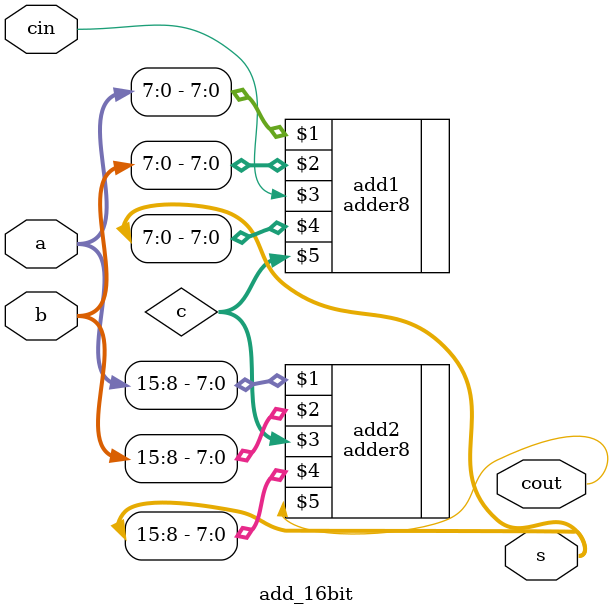
<source format=v>
module add_16bit (a,b,cin, cout, s);
    input [15:0] a;
    input [15:0] b;
    input cin;

    output [15:0] s;
    output cout;

    wire [6:0] c;

    adder8 add1(a[7:0],b[7:0],cin,s[7:0],c);
    adder8 add2(a[15:8],b[15:8],c,s[15:8],cout);

endmodule : add_16bit
</source>
